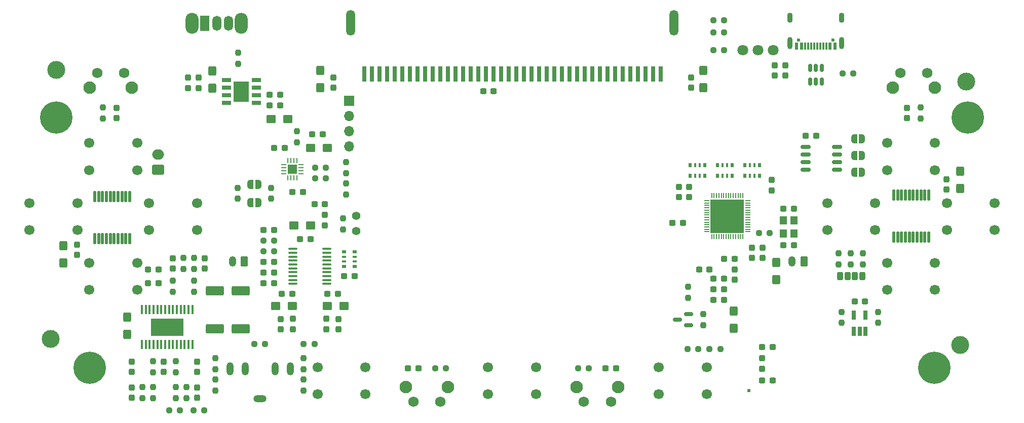
<source format=gbs>
%TF.GenerationSoftware,KiCad,Pcbnew,(6.0.7)*%
%TF.CreationDate,2023-03-31T21:06:09+02:00*%
%TF.ProjectId,airboy,61697262-6f79-42e6-9b69-6361645f7063,rev?*%
%TF.SameCoordinates,Original*%
%TF.FileFunction,Soldermask,Bot*%
%TF.FilePolarity,Negative*%
%FSLAX46Y46*%
G04 Gerber Fmt 4.6, Leading zero omitted, Abs format (unit mm)*
G04 Created by KiCad (PCBNEW (6.0.7)) date 2023-03-31 21:06:09*
%MOMM*%
%LPD*%
G01*
G04 APERTURE LIST*
G04 Aperture macros list*
%AMRoundRect*
0 Rectangle with rounded corners*
0 $1 Rounding radius*
0 $2 $3 $4 $5 $6 $7 $8 $9 X,Y pos of 4 corners*
0 Add a 4 corners polygon primitive as box body*
4,1,4,$2,$3,$4,$5,$6,$7,$8,$9,$2,$3,0*
0 Add four circle primitives for the rounded corners*
1,1,$1+$1,$2,$3*
1,1,$1+$1,$4,$5*
1,1,$1+$1,$6,$7*
1,1,$1+$1,$8,$9*
0 Add four rect primitives between the rounded corners*
20,1,$1+$1,$2,$3,$4,$5,0*
20,1,$1+$1,$4,$5,$6,$7,0*
20,1,$1+$1,$6,$7,$8,$9,0*
20,1,$1+$1,$8,$9,$2,$3,0*%
%AMFreePoly0*
4,1,22,0.500000,-0.750000,0.000000,-0.750000,0.000000,-0.745033,-0.079941,-0.743568,-0.215256,-0.701293,-0.333266,-0.622738,-0.424486,-0.514219,-0.481581,-0.384460,-0.499164,-0.250000,-0.500000,-0.250000,-0.500000,0.250000,-0.499164,0.250000,-0.499963,0.256109,-0.478152,0.396186,-0.417904,0.524511,-0.324060,0.630769,-0.204165,0.706417,-0.067858,0.745374,0.000000,0.744959,0.000000,0.750000,
0.500000,0.750000,0.500000,-0.750000,0.500000,-0.750000,$1*%
%AMFreePoly1*
4,1,20,0.000000,0.744959,0.073905,0.744508,0.209726,0.703889,0.328688,0.626782,0.421226,0.519385,0.479903,0.390333,0.500000,0.250000,0.500000,-0.250000,0.499851,-0.262216,0.476331,-0.402017,0.414519,-0.529596,0.319384,-0.634700,0.198574,-0.708877,0.061801,-0.746166,0.000000,-0.745033,0.000000,-0.750000,-0.500000,-0.750000,-0.500000,0.750000,0.000000,0.750000,0.000000,0.744959,
0.000000,0.744959,$1*%
G04 Aperture macros list end*
%ADD10C,5.400000*%
%ADD11RoundRect,0.250000X0.350000X0.625000X-0.350000X0.625000X-0.350000X-0.625000X0.350000X-0.625000X0*%
%ADD12O,1.200000X1.750000*%
%ADD13C,1.700000*%
%ADD14RoundRect,0.250000X-0.250000X-0.450000X0.250000X-0.450000X0.250000X0.450000X-0.250000X0.450000X0*%
%ADD15RoundRect,0.237500X0.300000X0.237500X-0.300000X0.237500X-0.300000X-0.237500X0.300000X-0.237500X0*%
%ADD16RoundRect,0.237500X-0.237500X0.287500X-0.237500X-0.287500X0.237500X-0.287500X0.237500X0.287500X0*%
%ADD17RoundRect,0.237500X-0.250000X-0.237500X0.250000X-0.237500X0.250000X0.237500X-0.250000X0.237500X0*%
%ADD18RoundRect,0.237500X0.237500X-0.250000X0.237500X0.250000X-0.237500X0.250000X-0.237500X-0.250000X0*%
%ADD19R,0.630000X0.500000*%
%ADD20C,2.100000*%
%ADD21C,1.750000*%
%ADD22R,0.450000X1.500000*%
%ADD23R,5.500000X3.000000*%
%ADD24RoundRect,0.237500X-0.300000X-0.237500X0.300000X-0.237500X0.300000X0.237500X-0.300000X0.237500X0*%
%ADD25RoundRect,0.237500X-0.237500X0.250000X-0.237500X-0.250000X0.237500X-0.250000X0.237500X0.250000X0*%
%ADD26RoundRect,0.237500X0.250000X0.237500X-0.250000X0.237500X-0.250000X-0.237500X0.250000X-0.237500X0*%
%ADD27RoundRect,0.250000X0.425000X-0.537500X0.425000X0.537500X-0.425000X0.537500X-0.425000X-0.537500X0*%
%ADD28RoundRect,0.237500X0.237500X-0.300000X0.237500X0.300000X-0.237500X0.300000X-0.237500X-0.300000X0*%
%ADD29RoundRect,0.237500X-0.237500X0.300000X-0.237500X-0.300000X0.237500X-0.300000X0.237500X0.300000X0*%
%ADD30RoundRect,0.050000X0.050000X-0.387500X0.050000X0.387500X-0.050000X0.387500X-0.050000X-0.387500X0*%
%ADD31RoundRect,0.050000X0.387500X-0.050000X0.387500X0.050000X-0.387500X0.050000X-0.387500X-0.050000X0*%
%ADD32R,5.600000X5.600000*%
%ADD33RoundRect,0.100000X-0.637500X-0.100000X0.637500X-0.100000X0.637500X0.100000X-0.637500X0.100000X0*%
%ADD34C,3.000000*%
%ADD35RoundRect,0.237500X0.237500X-0.287500X0.237500X0.287500X-0.237500X0.287500X-0.237500X-0.287500X0*%
%ADD36O,1.200000X2.200000*%
%ADD37O,2.200000X1.200000*%
%ADD38RoundRect,0.125000X-0.125000X0.825000X-0.125000X-0.825000X0.125000X-0.825000X0.125000X0.825000X0*%
%ADD39C,1.400000*%
%ADD40C,0.600000*%
%ADD41R,0.600000X1.160000*%
%ADD42R,0.300000X1.160000*%
%ADD43O,0.900000X1.700000*%
%ADD44O,0.900000X2.000000*%
%ADD45RoundRect,0.125000X0.125000X-0.825000X0.125000X0.825000X-0.125000X0.825000X-0.125000X-0.825000X0*%
%ADD46O,2.200000X3.500000*%
%ADD47R,1.500000X2.500000*%
%ADD48O,1.500000X2.500000*%
%ADD49R,0.800000X0.500000*%
%ADD50R,0.800000X0.400000*%
%ADD51RoundRect,0.150000X-0.150000X0.512500X-0.150000X-0.512500X0.150000X-0.512500X0.150000X0.512500X0*%
%ADD52R,0.800000X2.500000*%
%ADD53O,1.500000X4.300000*%
%ADD54R,0.500000X0.800000*%
%ADD55R,0.400000X0.800000*%
%ADD56RoundRect,0.250000X-1.250000X-0.550000X1.250000X-0.550000X1.250000X0.550000X-1.250000X0.550000X0*%
%ADD57RoundRect,0.250000X-0.537500X-0.425000X0.537500X-0.425000X0.537500X0.425000X-0.537500X0.425000X0*%
%ADD58RoundRect,0.062500X0.062500X-0.375000X0.062500X0.375000X-0.062500X0.375000X-0.062500X-0.375000X0*%
%ADD59RoundRect,0.062500X0.375000X-0.062500X0.375000X0.062500X-0.375000X0.062500X-0.375000X-0.062500X0*%
%ADD60R,1.600000X1.600000*%
%ADD61RoundRect,0.250000X0.537500X0.425000X-0.537500X0.425000X-0.537500X-0.425000X0.537500X-0.425000X0*%
%ADD62R,0.650000X1.560000*%
%ADD63RoundRect,0.250000X-0.425000X0.537500X-0.425000X-0.537500X0.425000X-0.537500X0.425000X0.537500X0*%
%ADD64FreePoly0,180.000000*%
%ADD65FreePoly1,180.000000*%
%ADD66RoundRect,0.250000X0.750000X-0.600000X0.750000X0.600000X-0.750000X0.600000X-0.750000X-0.600000X0*%
%ADD67O,2.000000X1.700000*%
%ADD68R,1.505000X0.802000*%
%ADD69R,2.613000X3.502000*%
%ADD70RoundRect,0.150000X0.587500X0.150000X-0.587500X0.150000X-0.587500X-0.150000X0.587500X-0.150000X0*%
%ADD71C,1.800000*%
%ADD72R,1.700000X1.700000*%
%ADD73O,1.700000X1.700000*%
%ADD74RoundRect,0.150000X0.675000X0.150000X-0.675000X0.150000X-0.675000X-0.150000X0.675000X-0.150000X0*%
%ADD75R,1.200000X1.400000*%
G04 APERTURE END LIST*
D10*
%TO.C,H2*%
X227300000Y-77000000D03*
%TD*%
D11*
%TO.C,J3*%
X106400000Y-101000000D03*
D12*
X104400000Y-101000000D03*
%TD*%
D13*
%TO.C,SW5*%
X70500000Y-91250000D03*
X78500000Y-91250000D03*
X70500000Y-95750000D03*
X78500000Y-95750000D03*
%TD*%
%TO.C,SW4*%
X80500000Y-101250000D03*
X88500000Y-101250000D03*
X80500000Y-105750000D03*
X88500000Y-105750000D03*
%TD*%
%TO.C,SW8*%
X223800000Y-91250000D03*
X231800000Y-91250000D03*
X223800000Y-95750000D03*
X231800000Y-95750000D03*
%TD*%
%TO.C,SW14*%
X175650000Y-118750000D03*
X183650000Y-118750000D03*
X175650000Y-123250000D03*
X183650000Y-123250000D03*
%TD*%
D10*
%TO.C,H4*%
X221700000Y-118800000D03*
%TD*%
D13*
%TO.C,SW13*%
X147150000Y-118750000D03*
X155150000Y-118750000D03*
X147150000Y-123250000D03*
X155150000Y-123250000D03*
%TD*%
%TO.C,SW3*%
X80500000Y-81250000D03*
X88500000Y-81250000D03*
X80500000Y-85750000D03*
X88500000Y-85750000D03*
%TD*%
D14*
%TO.C,D1*%
X205930000Y-103500000D03*
X207180000Y-103500000D03*
X209680000Y-103500000D03*
X208430000Y-103500000D03*
%TD*%
D11*
%TO.C,J4*%
X199900000Y-101000000D03*
D12*
X197900000Y-101000000D03*
%TD*%
D13*
%TO.C,SW10*%
X203800000Y-91250000D03*
X211800000Y-91250000D03*
X203800000Y-95750000D03*
X211800000Y-95750000D03*
%TD*%
D10*
%TO.C,H1*%
X75000000Y-77000000D03*
%TD*%
D13*
%TO.C,SW9*%
X213800000Y-101250000D03*
X221800000Y-101250000D03*
X213800000Y-105750000D03*
X221800000Y-105750000D03*
%TD*%
%TO.C,SW15*%
X118650000Y-118750000D03*
X126650000Y-118750000D03*
X118650000Y-123250000D03*
X126650000Y-123250000D03*
%TD*%
%TO.C,SW11*%
X213800000Y-81250000D03*
X221800000Y-81250000D03*
X213800000Y-85750000D03*
X221800000Y-85750000D03*
%TD*%
%TO.C,SW6*%
X90500000Y-91250000D03*
X98500000Y-91250000D03*
X90500000Y-95750000D03*
X98500000Y-95750000D03*
%TD*%
D10*
%TO.C,H3*%
X80600000Y-118800000D03*
%TD*%
D15*
%TO.C,C52*%
X112368500Y-74930000D03*
X110643500Y-74930000D03*
%TD*%
D16*
%TO.C,L2*%
X192938400Y-117235000D03*
X192938400Y-118985000D03*
%TD*%
D15*
%TO.C,C12*%
X194664500Y-115316000D03*
X192939500Y-115316000D03*
%TD*%
D17*
%TO.C,R8*%
X192381500Y-96266000D03*
X194206500Y-96266000D03*
%TD*%
D18*
%TO.C,R35*%
X115189000Y-81100300D03*
X115189000Y-79275300D03*
%TD*%
D19*
%TO.C,AE1*%
X190715000Y-122615000D03*
%TD*%
D20*
%TO.C,SW2*%
X140410000Y-122010000D03*
X133400000Y-122010000D03*
D21*
X134650000Y-124500000D03*
X139150000Y-124500000D03*
%TD*%
D22*
%TO.C,U7*%
X89279400Y-109107400D03*
X89929400Y-109107400D03*
X90579400Y-109107400D03*
X91229400Y-109107400D03*
X91879400Y-109107400D03*
X92529400Y-109107400D03*
X93179400Y-109107400D03*
X93829400Y-109107400D03*
X94479400Y-109107400D03*
X95129400Y-109107400D03*
X95779400Y-109107400D03*
X96429400Y-109107400D03*
X97079400Y-109107400D03*
X97729400Y-109107400D03*
X97729400Y-114907400D03*
X97079400Y-114907400D03*
X96429400Y-114907400D03*
X95779400Y-114907400D03*
X95129400Y-114907400D03*
X94479400Y-114907400D03*
X93829400Y-114907400D03*
X93179400Y-114907400D03*
X92529400Y-114907400D03*
X91879400Y-114907400D03*
X91229400Y-114907400D03*
X90579400Y-114907400D03*
X89929400Y-114907400D03*
X89279400Y-114907400D03*
D23*
X93504400Y-112007400D03*
%TD*%
D15*
%TO.C,C10*%
X179678500Y-94615000D03*
X177953500Y-94615000D03*
%TD*%
D24*
%TO.C,C53*%
X110643500Y-73152000D03*
X112368500Y-73152000D03*
%TD*%
D25*
%TO.C,R13*%
X116332000Y-117197500D03*
X116332000Y-119022500D03*
%TD*%
D26*
%TO.C,R23*%
X111402500Y-97536000D03*
X109577500Y-97536000D03*
%TD*%
D27*
%TO.C,C69*%
X183134000Y-71998700D03*
X183134000Y-69123700D03*
%TD*%
D24*
%TO.C,C33*%
X123089500Y-103479600D03*
X124814500Y-103479600D03*
%TD*%
D26*
%TO.C,R24*%
X99718500Y-125878000D03*
X97893500Y-125878000D03*
%TD*%
D15*
%TO.C,C15*%
X198220500Y-92202000D03*
X196495500Y-92202000D03*
%TD*%
D28*
%TO.C,C45*%
X87630000Y-123798500D03*
X87630000Y-122073500D03*
%TD*%
D17*
%TO.C,R47*%
X116332000Y-114808000D03*
X118157000Y-114808000D03*
%TD*%
D15*
%TO.C,C3*%
X186536500Y-107442000D03*
X184811500Y-107442000D03*
%TD*%
D25*
%TO.C,R48*%
X105410000Y-66143500D03*
X105410000Y-67968500D03*
%TD*%
D15*
%TO.C,C35*%
X109627500Y-95758000D03*
X111352500Y-95758000D03*
%TD*%
D25*
%TO.C,R4*%
X180594000Y-105259500D03*
X180594000Y-107084500D03*
%TD*%
D28*
%TO.C,C39*%
X92964000Y-119480500D03*
X92964000Y-117755500D03*
%TD*%
D20*
%TO.C,SW1*%
X161900000Y-122010000D03*
X168910000Y-122010000D03*
D21*
X163150000Y-124500000D03*
X167650000Y-124500000D03*
%TD*%
D29*
%TO.C,C21*%
X78486000Y-98197500D03*
X78486000Y-99922500D03*
%TD*%
D28*
%TO.C,C66*%
X121285000Y-71982500D03*
X121285000Y-70257500D03*
%TD*%
%TO.C,C58*%
X195072000Y-69950500D03*
X195072000Y-68225500D03*
%TD*%
D17*
%TO.C,R6*%
X162155500Y-118872000D03*
X163980500Y-118872000D03*
%TD*%
D30*
%TO.C,U2*%
X189700000Y-96909500D03*
X189300000Y-96909500D03*
X188900000Y-96909500D03*
X188500000Y-96909500D03*
X188100000Y-96909500D03*
X187700000Y-96909500D03*
X187300000Y-96909500D03*
X186900000Y-96909500D03*
X186500000Y-96909500D03*
X186100000Y-96909500D03*
X185700000Y-96909500D03*
X185300000Y-96909500D03*
X184900000Y-96909500D03*
X184500000Y-96909500D03*
D31*
X183662500Y-96072000D03*
X183662500Y-95672000D03*
X183662500Y-95272000D03*
X183662500Y-94872000D03*
X183662500Y-94472000D03*
X183662500Y-94072000D03*
X183662500Y-93672000D03*
X183662500Y-93272000D03*
X183662500Y-92872000D03*
X183662500Y-92472000D03*
X183662500Y-92072000D03*
X183662500Y-91672000D03*
X183662500Y-91272000D03*
X183662500Y-90872000D03*
D30*
X184500000Y-90034500D03*
X184900000Y-90034500D03*
X185300000Y-90034500D03*
X185700000Y-90034500D03*
X186100000Y-90034500D03*
X186500000Y-90034500D03*
X186900000Y-90034500D03*
X187300000Y-90034500D03*
X187700000Y-90034500D03*
X188100000Y-90034500D03*
X188500000Y-90034500D03*
X188900000Y-90034500D03*
X189300000Y-90034500D03*
X189700000Y-90034500D03*
D31*
X190537500Y-90872000D03*
X190537500Y-91272000D03*
X190537500Y-91672000D03*
X190537500Y-92072000D03*
X190537500Y-92472000D03*
X190537500Y-92872000D03*
X190537500Y-93272000D03*
X190537500Y-93672000D03*
X190537500Y-94072000D03*
X190537500Y-94472000D03*
X190537500Y-94872000D03*
X190537500Y-95272000D03*
X190537500Y-95672000D03*
X190537500Y-96072000D03*
D32*
X187100000Y-93472000D03*
%TD*%
D15*
%TO.C,C41*%
X92048500Y-104648000D03*
X90323500Y-104648000D03*
%TD*%
D33*
%TO.C,U6*%
X114485500Y-104779000D03*
X114485500Y-104129000D03*
X114485500Y-103479000D03*
X114485500Y-102829000D03*
X114485500Y-102179000D03*
X114485500Y-101529000D03*
X114485500Y-100879000D03*
X114485500Y-100229000D03*
X114485500Y-99579000D03*
X114485500Y-98929000D03*
X120210500Y-98929000D03*
X120210500Y-99579000D03*
X120210500Y-100229000D03*
X120210500Y-100879000D03*
X120210500Y-101529000D03*
X120210500Y-102179000D03*
X120210500Y-102829000D03*
X120210500Y-103479000D03*
X120210500Y-104129000D03*
X120210500Y-104779000D03*
%TD*%
D34*
%TO.C,FID1*%
X74000000Y-114000000D03*
%TD*%
D35*
%TO.C,FB2*%
X120142000Y-112381000D03*
X120142000Y-110631000D03*
%TD*%
D25*
%TO.C,R34*%
X110886000Y-88734500D03*
X110886000Y-90559500D03*
%TD*%
D18*
%TO.C,R20*%
X219456000Y-77112500D03*
X219456000Y-75287500D03*
%TD*%
D36*
%TO.C,J5*%
X114050000Y-119000000D03*
X111550000Y-119000000D03*
D37*
X109050000Y-124000000D03*
D36*
X104050000Y-119000000D03*
X106550000Y-119000000D03*
%TD*%
D24*
%TO.C,C46*%
X117755500Y-79756000D03*
X119480500Y-79756000D03*
%TD*%
D34*
%TO.C,FID3*%
X75000000Y-69000000D03*
%TD*%
D26*
%TO.C,R22*%
X111402500Y-99314000D03*
X109577500Y-99314000D03*
%TD*%
D27*
%TO.C,C43*%
X86868000Y-113197500D03*
X86868000Y-110322500D03*
%TD*%
D38*
%TO.C,U4*%
X81403000Y-90226000D03*
X82053000Y-90226000D03*
X82703000Y-90226000D03*
X83353000Y-90226000D03*
X84003000Y-90226000D03*
X84653000Y-90226000D03*
X85303000Y-90226000D03*
X85953000Y-90226000D03*
X86603000Y-90226000D03*
X87253000Y-90226000D03*
X87253000Y-97226000D03*
X86603000Y-97226000D03*
X85953000Y-97226000D03*
X85303000Y-97226000D03*
X84653000Y-97226000D03*
X84003000Y-97226000D03*
X83353000Y-97226000D03*
X82703000Y-97226000D03*
X82053000Y-97226000D03*
X81403000Y-97226000D03*
%TD*%
D25*
%TO.C,R28*%
X91186000Y-117705500D03*
X91186000Y-119530500D03*
%TD*%
D24*
%TO.C,C14*%
X196495500Y-98298000D03*
X198220500Y-98298000D03*
%TD*%
D29*
%TO.C,C48*%
X196850000Y-68225500D03*
X196850000Y-69950500D03*
%TD*%
D39*
%TO.C,TH1*%
X125057000Y-95970000D03*
X125057000Y-93430000D03*
%TD*%
D40*
%TO.C,J6*%
X204790000Y-64025000D03*
X199010000Y-64025000D03*
D41*
X198700000Y-65085000D03*
X199500000Y-65085000D03*
D42*
X200650000Y-65085000D03*
X201650000Y-65085000D03*
X202150000Y-65085000D03*
X203150000Y-65085000D03*
D41*
X204300000Y-65085000D03*
X205100000Y-65085000D03*
X205100000Y-65085000D03*
X204300000Y-65085000D03*
D42*
X203650000Y-65085000D03*
X202650000Y-65085000D03*
X201150000Y-65085000D03*
X200150000Y-65085000D03*
D41*
X199500000Y-65085000D03*
X198700000Y-65085000D03*
D43*
X206220000Y-60335000D03*
D44*
X206220000Y-64505000D03*
X197580000Y-64505000D03*
D43*
X197580000Y-60335000D03*
%TD*%
D34*
%TO.C,FID4*%
X227000000Y-71000000D03*
%TD*%
D16*
%TO.C,FB3*%
X119888000Y-93257400D03*
X119888000Y-95007400D03*
%TD*%
D26*
%TO.C,R38*%
X186586500Y-60706000D03*
X184761500Y-60706000D03*
%TD*%
D45*
%TO.C,U5*%
X220766071Y-96972000D03*
X220116071Y-96972000D03*
X219466071Y-96972000D03*
X218816071Y-96972000D03*
X218166071Y-96972000D03*
X217516071Y-96972000D03*
X216866071Y-96972000D03*
X216216071Y-96972000D03*
X215566071Y-96972000D03*
X214916071Y-96972000D03*
X214916071Y-89972000D03*
X215566071Y-89972000D03*
X216216071Y-89972000D03*
X216866071Y-89972000D03*
X217516071Y-89972000D03*
X218166071Y-89972000D03*
X218816071Y-89972000D03*
X219466071Y-89972000D03*
X220116071Y-89972000D03*
X220766071Y-89972000D03*
%TD*%
D29*
%TO.C,C17*%
X179070000Y-88545500D03*
X179070000Y-90270500D03*
%TD*%
D46*
%TO.C,SW16*%
X105875000Y-61200000D03*
X97675000Y-61200000D03*
D47*
X99775000Y-61200000D03*
D48*
X101775000Y-61200000D03*
X103775000Y-61200000D03*
%TD*%
D35*
%TO.C,L1*%
X188341000Y-104112000D03*
X188341000Y-102362000D03*
%TD*%
D17*
%TO.C,R36*%
X206351500Y-69596000D03*
X208176500Y-69596000D03*
%TD*%
D25*
%TO.C,R14*%
X116332000Y-120753500D03*
X116332000Y-122578500D03*
%TD*%
D34*
%TO.C,FID2*%
X226000000Y-115000000D03*
%TD*%
D18*
%TO.C,R43*%
X123444000Y-86256500D03*
X123444000Y-84431500D03*
%TD*%
D25*
%TO.C,R29*%
X94996000Y-117705500D03*
X94996000Y-119530500D03*
%TD*%
D49*
%TO.C,RN4*%
X123052000Y-101834800D03*
D50*
X123052000Y-101034800D03*
X123052000Y-100234800D03*
D49*
X123052000Y-99434800D03*
X124852000Y-99434800D03*
D50*
X124852000Y-100234800D03*
X124852000Y-101034800D03*
D49*
X124852000Y-101834800D03*
%TD*%
D15*
%TO.C,C65*%
X119861500Y-91440000D03*
X118136500Y-91440000D03*
%TD*%
D28*
%TO.C,C64*%
X122174000Y-112368500D03*
X122174000Y-110643500D03*
%TD*%
D25*
%TO.C,R31*%
X94996000Y-122023500D03*
X94996000Y-123848500D03*
%TD*%
D51*
%TO.C,U9*%
X200980000Y-68712500D03*
X201930000Y-68712500D03*
X202880000Y-68712500D03*
X202880000Y-70987500D03*
X201930000Y-70987500D03*
X200980000Y-70987500D03*
%TD*%
D29*
%TO.C,C23*%
X217170000Y-75337500D03*
X217170000Y-77062500D03*
%TD*%
D27*
%TO.C,C20*%
X226060000Y-88813500D03*
X226060000Y-85938500D03*
%TD*%
D17*
%TO.C,R39*%
X184761500Y-65684400D03*
X186586500Y-65684400D03*
%TD*%
D25*
%TO.C,R41*%
X122936000Y-93829500D03*
X122936000Y-95654500D03*
%TD*%
D29*
%TO.C,C57*%
X98806000Y-70308300D03*
X98806000Y-72033300D03*
%TD*%
D28*
%TO.C,C59*%
X98552000Y-123798500D03*
X98552000Y-122073500D03*
%TD*%
D52*
%TO.C,J1*%
X175965000Y-69680000D03*
X174695000Y-69680000D03*
X173425000Y-69680000D03*
X172155000Y-69680000D03*
X170885000Y-69680000D03*
X169615000Y-69680000D03*
X168345000Y-69680000D03*
X167075000Y-69680000D03*
X165805000Y-69680000D03*
X164535000Y-69680000D03*
X163265000Y-69680000D03*
X161995000Y-69680000D03*
X160725000Y-69680000D03*
X159455000Y-69680000D03*
X158185000Y-69680000D03*
X156915000Y-69680000D03*
X155645000Y-69680000D03*
X154375000Y-69680000D03*
X153105000Y-69680000D03*
X151835000Y-69680000D03*
X150565000Y-69680000D03*
X149295000Y-69680000D03*
X148025000Y-69680000D03*
X146755000Y-69680000D03*
X145485000Y-69680000D03*
X144215000Y-69680000D03*
X142945000Y-69680000D03*
X141675000Y-69680000D03*
X140405000Y-69680000D03*
X139135000Y-69680000D03*
X137865000Y-69680000D03*
X136595000Y-69680000D03*
X135325000Y-69680000D03*
X134055000Y-69680000D03*
X132785000Y-69680000D03*
X131515000Y-69680000D03*
X130245000Y-69680000D03*
X128975000Y-69680000D03*
X127705000Y-69680000D03*
X126435000Y-69680000D03*
D53*
X178200000Y-61170000D03*
X124200000Y-61170000D03*
%TD*%
D54*
%TO.C,RN3*%
X190062000Y-84952000D03*
D55*
X190862000Y-84952000D03*
X191662000Y-84952000D03*
D54*
X192462000Y-84952000D03*
X192462000Y-86752000D03*
D55*
X191662000Y-86752000D03*
X190862000Y-86752000D03*
D54*
X190062000Y-86752000D03*
%TD*%
D25*
%TO.C,R15*%
X101600000Y-117197500D03*
X101600000Y-119022500D03*
%TD*%
D29*
%TO.C,C44*%
X98552000Y-117755500D03*
X98552000Y-119480500D03*
%TD*%
D15*
%TO.C,C36*%
X111352500Y-101092000D03*
X109627500Y-101092000D03*
%TD*%
D17*
%TO.C,R33*%
X118213500Y-85344000D03*
X120038500Y-85344000D03*
%TD*%
D18*
%TO.C,R42*%
X123444000Y-89812500D03*
X123444000Y-87987500D03*
%TD*%
D29*
%TO.C,C42*%
X87630000Y-117755500D03*
X87630000Y-119480500D03*
%TD*%
D27*
%TO.C,C56*%
X101092000Y-72100300D03*
X101092000Y-69225300D03*
%TD*%
D25*
%TO.C,R30*%
X91186000Y-122023500D03*
X91186000Y-123848500D03*
%TD*%
D27*
%TO.C,C67*%
X119126000Y-71998700D03*
X119126000Y-69123700D03*
%TD*%
D28*
%TO.C,C34*%
X112522000Y-112368500D03*
X112522000Y-110643500D03*
%TD*%
D29*
%TO.C,C7*%
X193040000Y-98705500D03*
X193040000Y-100430500D03*
%TD*%
D17*
%TO.C,R40*%
X184761500Y-62738000D03*
X186586500Y-62738000D03*
%TD*%
D28*
%TO.C,C11*%
X194564000Y-89154000D03*
X194564000Y-87429000D03*
%TD*%
D18*
%TO.C,R5*%
X183134000Y-111656500D03*
X183134000Y-109831500D03*
%TD*%
D56*
%TO.C,C61*%
X101432000Y-112268000D03*
X105832000Y-112268000D03*
%TD*%
D57*
%TO.C,C47*%
X117434500Y-82042000D03*
X120309500Y-82042000D03*
%TD*%
D58*
%TO.C,U8*%
X115158000Y-87035500D03*
X114658000Y-87035500D03*
X114158000Y-87035500D03*
X113658000Y-87035500D03*
D59*
X112970500Y-86348000D03*
X112970500Y-85848000D03*
X112970500Y-85348000D03*
X112970500Y-84848000D03*
D58*
X113658000Y-84160500D03*
X114158000Y-84160500D03*
X114658000Y-84160500D03*
X115158000Y-84160500D03*
D59*
X115845500Y-84848000D03*
X115845500Y-85348000D03*
X115845500Y-85848000D03*
X115845500Y-86348000D03*
D60*
X114408000Y-85598000D03*
%TD*%
D18*
%TO.C,R21*%
X82804000Y-77112500D03*
X82804000Y-75287500D03*
%TD*%
D61*
%TO.C,C27*%
X114467500Y-108458000D03*
X111592500Y-108458000D03*
%TD*%
D25*
%TO.C,R32*%
X105298000Y-88734500D03*
X105298000Y-90559500D03*
%TD*%
%TO.C,R10*%
X212278000Y-109483500D03*
X212278000Y-111308500D03*
%TD*%
D24*
%TO.C,C1*%
X200220500Y-80010000D03*
X201945500Y-80010000D03*
%TD*%
D15*
%TO.C,C29*%
X117448500Y-97282000D03*
X115723500Y-97282000D03*
%TD*%
D62*
%TO.C,U3*%
X210180000Y-112682000D03*
X209230000Y-112682000D03*
X208280000Y-112682000D03*
X208280000Y-109982000D03*
X210180000Y-109982000D03*
%TD*%
D15*
%TO.C,C18*%
X210092500Y-107696000D03*
X208367500Y-107696000D03*
%TD*%
D24*
%TO.C,C26*%
X120295500Y-106426000D03*
X122020500Y-106426000D03*
%TD*%
D15*
%TO.C,C49*%
X113130500Y-82042000D03*
X111405500Y-82042000D03*
%TD*%
%TO.C,C4*%
X186536500Y-105664000D03*
X184811500Y-105664000D03*
%TD*%
%TO.C,C51*%
X184123500Y-102362000D03*
X182398500Y-102362000D03*
%TD*%
D35*
%TO.C,FB1*%
X114554000Y-112381000D03*
X114554000Y-110631000D03*
%TD*%
D20*
%TO.C,SW7*%
X221750000Y-71990000D03*
X214740000Y-71990000D03*
D21*
X220500000Y-69500000D03*
X216000000Y-69500000D03*
%TD*%
D28*
%TO.C,C38*%
X94488000Y-102208500D03*
X94488000Y-100483500D03*
%TD*%
D17*
%TO.C,R37*%
X118213500Y-87122000D03*
X120038500Y-87122000D03*
%TD*%
D28*
%TO.C,C68*%
X181102000Y-71982500D03*
X181102000Y-70257500D03*
%TD*%
D25*
%TO.C,R27*%
X96266000Y-100433500D03*
X96266000Y-102258500D03*
%TD*%
D20*
%TO.C,SW12*%
X87550000Y-71990000D03*
X80540000Y-71990000D03*
D21*
X86300000Y-69500000D03*
X81800000Y-69500000D03*
%TD*%
D63*
%TO.C,C19*%
X76200000Y-98384500D03*
X76200000Y-101259500D03*
%TD*%
D54*
%TO.C,RN1*%
X180918000Y-84952000D03*
D55*
X181718000Y-84952000D03*
X182518000Y-84952000D03*
D54*
X183318000Y-84952000D03*
X183318000Y-86752000D03*
D55*
X182518000Y-86752000D03*
X181718000Y-86752000D03*
D54*
X180918000Y-86752000D03*
%TD*%
D25*
%TO.C,R18*%
X209804000Y-99671500D03*
X209804000Y-101496500D03*
%TD*%
D64*
%TO.C,JP11*%
X108742000Y-91171000D03*
D65*
X107442000Y-91171000D03*
%TD*%
D66*
%TO.C,J7*%
X92000000Y-85700000D03*
D67*
X92000000Y-83200000D03*
%TD*%
D25*
%TO.C,R16*%
X205740000Y-99671500D03*
X205740000Y-101496500D03*
%TD*%
%TO.C,R17*%
X207772000Y-99671500D03*
X207772000Y-101496500D03*
%TD*%
D24*
%TO.C,C30*%
X109627500Y-102870000D03*
X111352500Y-102870000D03*
%TD*%
D68*
%TO.C,U10*%
X108415500Y-70739000D03*
X108415500Y-72009000D03*
X108415500Y-73279000D03*
X108415500Y-74549000D03*
X103420500Y-74549000D03*
X103420500Y-73279000D03*
X103420500Y-72009000D03*
X103420500Y-70739000D03*
D69*
X105918000Y-72644000D03*
%TD*%
D15*
%TO.C,C2*%
X186536500Y-103886000D03*
X184811500Y-103886000D03*
%TD*%
D64*
%TO.C,JP3*%
X209607000Y-86106000D03*
D65*
X208307000Y-86106000D03*
%TD*%
D17*
%TO.C,R1*%
X184126500Y-115697000D03*
X185951500Y-115697000D03*
%TD*%
D29*
%TO.C,C9*%
X191262000Y-98705500D03*
X191262000Y-100430500D03*
%TD*%
D18*
%TO.C,R45*%
X96774000Y-123848500D03*
X96774000Y-122023500D03*
%TD*%
D25*
%TO.C,R11*%
X206182000Y-109483500D03*
X206182000Y-111308500D03*
%TD*%
D17*
%TO.C,R46*%
X108053500Y-114808000D03*
X109878500Y-114808000D03*
%TD*%
D64*
%TO.C,JP10*%
X108742000Y-88138000D03*
D65*
X107442000Y-88138000D03*
%TD*%
D25*
%TO.C,R26*%
X98044000Y-100433500D03*
X98044000Y-102258500D03*
%TD*%
D26*
%TO.C,R2*%
X182268500Y-115697000D03*
X180443500Y-115697000D03*
%TD*%
%TO.C,R7*%
X140104500Y-118872000D03*
X138279500Y-118872000D03*
%TD*%
D70*
%TO.C,Q1*%
X180617100Y-109794000D03*
X180617100Y-111694000D03*
X178742100Y-110744000D03*
%TD*%
D56*
%TO.C,C60*%
X101432000Y-105918000D03*
X105832000Y-105918000D03*
%TD*%
D29*
%TO.C,C24*%
X85090000Y-75337500D03*
X85090000Y-77062500D03*
%TD*%
D57*
%TO.C,C54*%
X110830500Y-77216000D03*
X113705500Y-77216000D03*
%TD*%
D25*
%TO.C,R12*%
X94488000Y-104243500D03*
X94488000Y-106068500D03*
%TD*%
D71*
%TO.C,D2*%
X189660000Y-65700000D03*
X192200000Y-65700000D03*
X194740000Y-65700000D03*
%TD*%
D15*
%TO.C,C25*%
X114400500Y-106426000D03*
X112675500Y-106426000D03*
%TD*%
%TO.C,C8*%
X135482500Y-118872000D03*
X133757500Y-118872000D03*
%TD*%
D25*
%TO.C,R9*%
X98044000Y-104243500D03*
X98044000Y-106068500D03*
%TD*%
D57*
%TO.C,C28*%
X120228500Y-108458000D03*
X123103500Y-108458000D03*
%TD*%
D72*
%TO.C,J8*%
X123952000Y-74178000D03*
D73*
X123952000Y-76718000D03*
X123952000Y-79258000D03*
X123952000Y-81798000D03*
%TD*%
D74*
%TO.C,U1*%
X205486000Y-81915000D03*
X205486000Y-83185000D03*
X205486000Y-84455000D03*
X205486000Y-85725000D03*
X200236000Y-85725000D03*
X200236000Y-84455000D03*
X200236000Y-83185000D03*
X200236000Y-81915000D03*
%TD*%
D29*
%TO.C,C16*%
X180721000Y-88545500D03*
X180721000Y-90270500D03*
%TD*%
D26*
%TO.C,R25*%
X95654500Y-125878000D03*
X93829500Y-125878000D03*
%TD*%
D15*
%TO.C,C5*%
X188314500Y-100584000D03*
X186589500Y-100584000D03*
%TD*%
%TO.C,C31*%
X111352500Y-104648000D03*
X109627500Y-104648000D03*
%TD*%
%TO.C,C70*%
X148030100Y-72542400D03*
X146305100Y-72542400D03*
%TD*%
D28*
%TO.C,C55*%
X97028000Y-72033300D03*
X97028000Y-70308300D03*
%TD*%
D75*
%TO.C,Y1*%
X196508000Y-96350000D03*
X196508000Y-94150000D03*
X198208000Y-94150000D03*
X198208000Y-96350000D03*
%TD*%
D18*
%TO.C,R44*%
X89408000Y-123848500D03*
X89408000Y-122023500D03*
%TD*%
D61*
%TO.C,C32*%
X117515500Y-94996000D03*
X114640500Y-94996000D03*
%TD*%
D64*
%TO.C,JP2*%
X209607000Y-83312000D03*
D65*
X208307000Y-83312000D03*
%TD*%
D54*
%TO.C,RN2*%
X185490000Y-84952000D03*
D55*
X186290000Y-84952000D03*
X187090000Y-84952000D03*
D54*
X187890000Y-84952000D03*
X187890000Y-86752000D03*
D55*
X187090000Y-86752000D03*
X186290000Y-86752000D03*
D54*
X185490000Y-86752000D03*
%TD*%
D15*
%TO.C,C40*%
X92048500Y-102362000D03*
X90323500Y-102362000D03*
%TD*%
D24*
%TO.C,C6*%
X166777500Y-118872000D03*
X168502500Y-118872000D03*
%TD*%
D63*
%TO.C,C63*%
X195326000Y-101178500D03*
X195326000Y-104053500D03*
%TD*%
D64*
%TO.C,JP1*%
X209607000Y-80518000D03*
D65*
X208307000Y-80518000D03*
%TD*%
D28*
%TO.C,C37*%
X99822000Y-102208500D03*
X99822000Y-100483500D03*
%TD*%
D24*
%TO.C,C50*%
X114453500Y-89408000D03*
X116178500Y-89408000D03*
%TD*%
D63*
%TO.C,C62*%
X188214000Y-109306500D03*
X188214000Y-112181500D03*
%TD*%
D28*
%TO.C,C22*%
X223774000Y-89000500D03*
X223774000Y-87275500D03*
%TD*%
D15*
%TO.C,C13*%
X194664500Y-120904000D03*
X192939500Y-120904000D03*
%TD*%
D25*
%TO.C,R19*%
X101600000Y-120753500D03*
X101600000Y-122578500D03*
%TD*%
M02*

</source>
